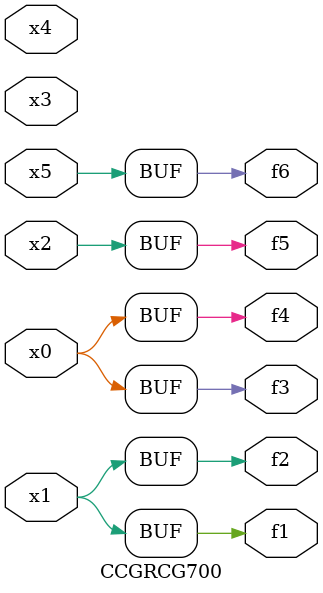
<source format=v>
module CCGRCG700(
	input x0, x1, x2, x3, x4, x5,
	output f1, f2, f3, f4, f5, f6
);
	assign f1 = x1;
	assign f2 = x1;
	assign f3 = x0;
	assign f4 = x0;
	assign f5 = x2;
	assign f6 = x5;
endmodule

</source>
